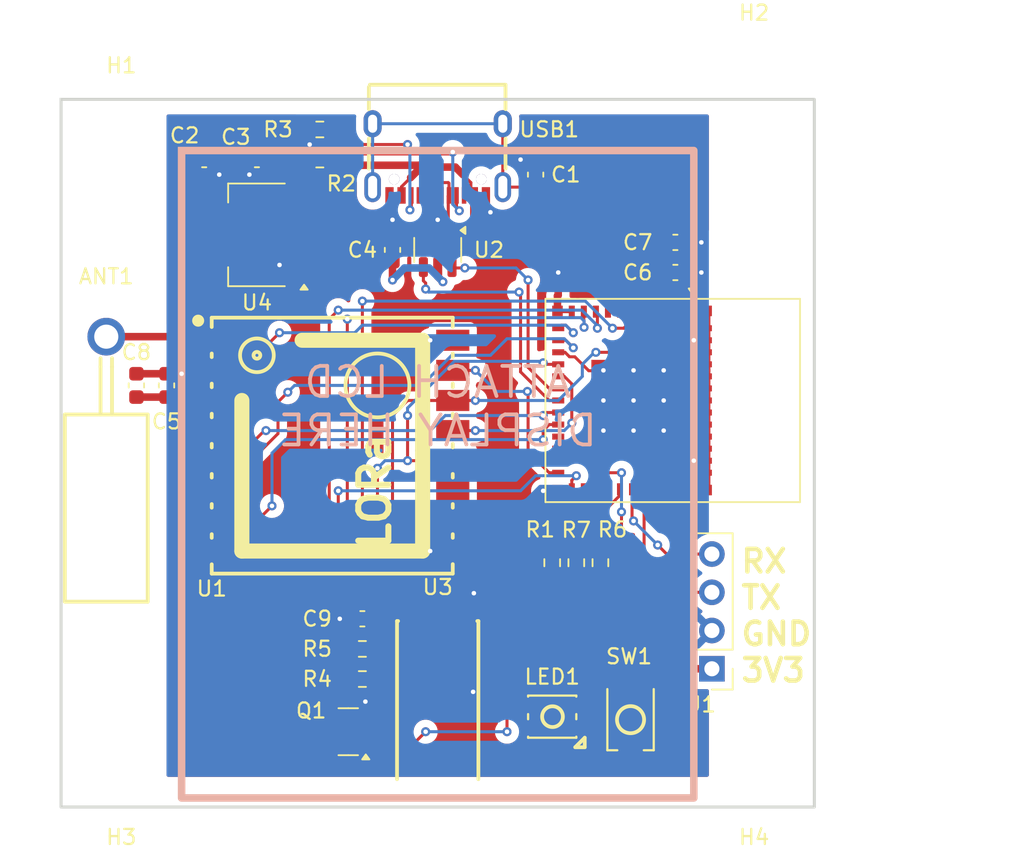
<source format=kicad_pcb>
(kicad_pcb (version 20241229) (generator "pcbnew") (generator_version "9.0")
  (layers (0 "F.Cu" signal) (2 "B.Cu" signal) (13 "F.Paste" user) (15 "B.Paste" user) (5 "F.SilkS" user "F.Silkscreen") (7 "B.SilkS" user "B.Silkscreen") (1 "F.Mask" user) (3 "B.Mask" user) (25 "Edge.Cuts" user))
  (net 0 "")
  (net 1 "Net-(C1-Pad2)")
  (net 2 "GND")
  (net 3 "+3V3")
  (net 4 "VBUS")
  (net 5 "/GREEN")
  (net 6 "/BLUE")
  (net 7 "/RED")
  (net 8 "Net-(Q1-D)")
  (net 9 "/DISPLAY_BACKLIGHT")
  (net 10 "Net-(USB1-CC1)")
  (net 11 "Net-(USB1-CC2)")
  (net 12 "Net-(U3-LEDK)")
  (net 13 "/BUTTON")
  (net 14 "/CS_LORA")
  (net 15 "/LORA_DIO3")
  (net 16 "/SCK")
  (net 18 "/LORA_RESET")
  (net 19 "/MOSI")
  (net 20 "/LORA_DIO1")
  (net 21 "/LORA_BUSY")
  (net 22 "/MISO")
  (net 25 "/USBD-")
  (net 26 "/DN")
  (net 27 "/DP")
  (net 28 "/USBD+")
  (net 29 "/DISPLAY_TE")
  (net 30 "/DISPLAY_RESET")
  (net 31 "/CS_DISPLAY")
  (net 32 "/DISPLAY_DC")
  (net 35 "Net-(U1-ANT{slash}NC)")
  (net 44 "Net-(LED1-Pad3)")
  (net 45 "Net-(LED1-Pad4)")
  (net 46 "Net-(LED1-K)")
  (net 47 "/RX")
  (net 48 "/TX")
  (footprint "easyeda:ANT-TH_BD5.5-L18.0-D0.8_470M_LORA_ANT" (layer "F.Cu") (at 138 120.7625)
    (property "Reference" "ANT1")
    (property "Value" "VG915SNX17-5W2")
  )
  (footprint "Capacitor_SMD:C_0603_1608Metric" (layer "F.Cu") (at 175.775 114.5)
    (property "Reference" "C7")
    (property "Value" "100nF")
  )
  (footprint "Capacitor_SMD:C_0603_1608Metric" (layer "F.Cu") (at 155 139.5 180)
    (property "Reference" "C9")
    (property "Value" "1uF")
  )
  (footprint "easyeda:OLED-SMD_10P-P0.50_HS17QS178RX" (layer "F.Cu") (at 160 141.4)
    (property "Reference" "U3")
    (property "Value" "HS17QS178RX")
  )
  (footprint "Resistor_SMD:R_0603_1608Metric" (layer "F.Cu") (at 155 143.5 180)
    (property "Reference" "R4")
    (property "Value" "10k")
  )
  (footprint "MountingHole:MountingHole_3.2mm_M3" (layer "F.Cu") (at 181 109)
    (property "Reference" "H2")
    (property "Value" "MountingHole")
  )
  (footprint "Package_TO_SOT_SMD:SOT-23" (layer "F.Cu") (at 154.0625 147 180)
    (property "Reference" "Q1")
    (property "Value" "AO3400A")
  )
  (footprint "Resistor_SMD:R_0603_1608Metric" (layer "F.Cu") (at 169.2 135.775 -90)
    (property "Reference" "R7")
    (property "Value" "1k")
  )
  (footprint "Capacitor_SMD:C_0603_1608Metric" (layer "F.Cu") (at 142 124 90)
    (property "Reference" "C5")
    (property "Value" "100nF")
  )
  (footprint "Resistor_SMD:R_0603_1608Metric" (layer "F.Cu") (at 170.8 135.775 -90)
    (property "Reference" "R6")
    (property "Value" "1k")
  )
  (footprint "Resistor_SMD:R_0603_1608Metric" (layer "F.Cu") (at 152.175 109)
    (property "Reference" "R2")
    (property "Value" "5.1k")
  )
  (footprint "Capacitor_SMD:C_0603_1608Metric" (layer "F.Cu") (at 140 124 90)
    (property "Reference" "C8")
    (property "Value" "10uF")
  )
  (footprint "Connector_PinHeader_2.54mm:PinHeader_1x04_P2.54mm_Vertical" (layer "F.Cu") (at 178.2 142.82 180)
    (property "Reference" "J1")
    (property "Value" "Conn_01x04")
  )
  (footprint "Resistor_SMD:R_0603_1608Metric" (layer "F.Cu") (at 155 141.5)
    (property "Reference" "R5")
    (property "Value" "4.7")
  )
  (footprint "easyeda:SW-SMD_L3.9-W3.0-P4.45" (layer "F.Cu") (at 172.8 146.2 90)
    (property "Reference" "SW1")
    (property "Value" "TS-1088-AR02016")
  )
  (footprint "easyeda:USB-C-SMD_TYPE-C-6PIN-2MD-073" (layer "F.Cu") (at 160 109 180)
    (property "Reference" "USB1")
    (property "Value" "TYPE-C 16PIN 2MD(073)")
  )
  (footprint "Resistor_SMD:R_0603_1608Metric" (layer "F.Cu") (at 167.6 135.775 90)
    (property "Reference" "R1")
    (property "Value" "1k")
  )
  (footprint "easyeda:LED-SMD_4P-L3.2-W2.8-LS3.5-TL-1" (layer "F.Cu") (at 167.6 146)
    (property "Reference" "LED1")
    (property "Value" "S4-3528RGBTA-A")
  )
  (footprint "MountingHole:MountingHole_3.2mm_M3" (layer "F.Cu") (at 139 148)
    (property "Reference" "H3")
    (property "Value" "MountingHole")
  )
  (footprint "Resistor_SMD:R_0603_1608Metric" (layer "F.Cu") (at 152.175 107)
    (property "Reference" "R3")
    (property "Value" "5.1k")
  )
  (footprint "easyeda:ESP32-C6-MINI-1" (layer "F.Cu") (at 172.9 125 -90)
    (property "Reference" "U6" (hide yes))
    (property "Value" "ESP32-C6-MINI-1")
  )
  (footprint "Capacitor_SMD:C_0603_1608Metric" (layer "F.Cu") (at 144.5 109)
    (property "Reference" "C2")
    (property "Value" "1uF")
  )
  (footprint "Package_TO_SOT_SMD:SOT-23-6" (layer "F.Cu") (at 160 115 -90)
    (property "Reference" "U2")
    (property "Value" "USBLC6-2SC6")
  )
  (footprint "MountingHole:MountingHole_3.2mm_M3" (layer "F.Cu") (at 139 109)
    (property "Reference" "H1")
    (property "Value" "MountingHole")
  )
  (footprint "Capacitor_SMD:C_0603_1608Metric" (layer "F.Cu") (at 175.775 116.5)
    (property "Reference" "C6")
    (property "Value" "10uF")
  )
  (footprint "Capacitor_SMD:C_0603_1608Metric" (layer "F.Cu") (at 157 115 90)
    (property "Reference" "C4")
    (property "Value" "100nF")
  )
  (footprint "easyeda:WIRELM-SMD_DL-LLCC68-S-915S" (layer "F.Cu") (at 153 128 180)
    (property "Reference" "U1")
    (property "Value" "DL-LLCC68-S-915S")
  )
  (footprint "Capacitor_SMD:C_0603_1608Metric" (layer "F.Cu") (at 166.5 110 -90)
    (property "Reference" "C1")
    (property "Value" "1nF")
  )
  (footprint "Package_TO_SOT_SMD:SOT-223-3_TabPin2" (layer "F.Cu") (at 148 114 180)
    (property "Reference" "U4")
    (property "Value" "AMS1117-3.3")
  )
  (footprint "MountingHole:MountingHole_3.2mm_M3" (layer "F.Cu") (at 181 148)
    (property "Reference" "H4")
    (property "Value" "MountingHole")
  )
  (footprint "Capacitor_SMD:C_0603_1608Metric" (layer "F.Cu") (at 148 109 180)
    (property "Reference" "C3")
    (property "Value" "1uF")
  )
  (gr_rect (start 135 105) (end 185 152) (stroke (width 0.2)) (fill no) (layer "Edge.Cuts"))
  (gr_text "RX\nTX\nGND\n3V3" (at 180 143.8 0) (layer "F.SilkS") (effects (font (size 1.5 1.5) (thickness 0.3) (bold yes)) (justify left bottom)))
  (gr_text "ATTACH LCD\nDISPLAY HERE" (at 160 125.4 0) (layer "B.SilkS") (effects (font (size 2 2) (thickness 0.25)) (justify mirror)))
  (segment (start 166.445 110.83) (end 166.5 110.775) (width 0.2) (layer "F.Cu") (net 1))
  (segment (start 164.32 110.83) (end 164.32 106.62) (width 0.2) (layer "F.Cu") (net 1))
  (segment (start 164.32 110.83) (end 166.445 110.83) (width 0.2) (layer "F.Cu") (net 1))
  (segment (start 155.68 110.83) (end 155.68 106.62) (width 0.2) (layer "B.Cu") (net 1))
  (segment (start 155.68 106.62) (end 164.32 106.62) (width 0.2) (layer "B.Cu") (net 1))
  (segment (start 170.925 123.025) (end 170.975 123.025) (width 0.5) (layer "F.Cu") (net 2))
  (segment (start 174.975 123.025) (end 175 123) (width 0.5) (layer "F.Cu") (net 2))
  (segment (start 176.15 119.05) (end 176.1 119.1) (width 0.5) (layer "F.Cu") (net 2))
  (segment (start 151.35 107) (end 151.35 107.85) (width 0.2) (layer "F.Cu") (net 2))
  (segment (start 161 121) (end 159.5 121) (width 0.5) (layer "F.Cu") (net 2))
  (segment (start 170.975 126.975) (end 171 127) (width 0.5) (layer "F.Cu") (net 2))
  (segment (start 156.8 111.38) (end 156.8 112.8) (width 0.5) (layer "F.Cu") (net 2))
  (segment (start 176.9 116.85) (end 176.55 116.5) (width 0.2) (layer "F.Cu") (net 2))
  (segment (start 176.55 114.5) (end 176.55 116.5) (width 0.5) (layer "F.Cu") (net 2))
  (segment (start 155 145.2) (end 155.2 145) (width 0.2) (layer "F.Cu") (net 2))
  (segment (start 174.875 126.975) (end 174.975 126.975) (width 0.5) (layer "F.Cu") (net 2))
  (segment (start 167.95 118.05) (end 167.95 119.05) (width 0.5) (layer "F.Cu") (net 2))
  (segment (start 151.35 108.15) (end 151.5 108) (width 0.2) (layer "F.Cu") (net 2))
  (segment (start 166.5 109.225) (end 165.725 109.225) (width 0.2) (layer "F.Cu") (net 2))
  (segment (start 151.35 107.85) (end 151.5 108) (width 0.2) (layer "F.Cu") (net 2))
  (segment (start 151.35 109) (end 151.35 108.15) (width 0.2) (layer "F.Cu") (net 2))
  (segment (start 172.9 126.9) (end 173 127) (width 0.5) (layer "F.Cu") (net 2))
  (segment (start 155 146.05) (end 155 145.2) (width 0.2) (layer "F.Cu") (net 2))
  (segment (start 168 118) (end 167.95 118.05) (width 0.5) (layer "F.Cu") (net 2))
  (segment (start 174.875 125) (end 175 125) (width 0.5) (layer "F.Cu") (net 2))
  (segment (start 176.5 119.05) (end 176.15 119.05) (width 0.5) (layer "F.Cu") (net 2))
  (segment (start 176.5 119.05) (end 176.55 119) (width 0.5) (layer "F.Cu") (net 2))
  (segment (start 172.9 123.025) (end 172.975 123.025) (width 0.5) (layer "F.Cu") (net 2))
  (segment (start 176.55 114.5) (end 177.5 114.5) (width 0.2) (layer "F.Cu") (net 2))
  (segment (start 170.925 126.975) (end 170.975 126.975) (width 0.5) (layer "F.Cu") (net 2))
  (segment (start 170.025 123.025) (end 170.925 123.025) (width 0.2) (layer "F.Cu") (net 2))
  (segment (start 151.15 116.3) (end 149.8 116.3) (width 0.5) (layer "F.Cu") (net 2))
  (segment (start 145.275 109) (end 145.275 109.775) (width 0.2) (layer "F.Cu") (net 2))
  (segment (start 177.85 119.05) (end 176.5 119.05) (width 0.5) (layer "F.Cu") (net 2))
  (segment (start 156.8 112.8) (end 157 113) (width 0.5) (layer "F.Cu") (net 2))
  (segment (start 172.975 126.975) (end 173 127) (width 0.5) (layer "F.Cu") (net 2))
  (segment (start 167 131) (end 167.9 131) (width 0.5) (layer "F.Cu") (net 2))
  (segment (start 145.275 109.775) (end 145.5 110) (width 0.2) (layer "F.Cu") (net 2))
  (segment (start 159.698999 114.826) (end 160 114.524999) (width 0.2) (layer "F.Cu") (net 2))
  (segment (start 167.9 131) (end 167.95 130.95) (width 0.5) (layer "F.Cu") (net 2))
  (segment (start 142 123.225) (end 144.775 123.225) (width 0.5) (layer "F.Cu") (net 2))
  (segment (start 177.85 123) (end 177.85 130.95) (width 0.5) (layer "F.Cu") (net 2))
  (segment (start 177.85 119.05) (end 177.85 123) (width 0.5) (layer "F.Cu") (net 2))
  (segment (start 168.9 119.1) (end 168 119.1) (width 0.2) (layer "F.Cu") (net 2))
  (segment (start 168.450057 121.8) (end 168.751057 122.101) (width 0.2) (layer "F.Cu") (net 2))
  (segment (start 170.925 123.025) (end 170.925 126.975) (width 0.5) (layer "F.Cu") (net 2))
  (segment (start 170.975 123.025) (end 171 123) (width 0.5) (layer "F.Cu") (net 2))
  (segment (start 149.8 116.3) (end 149.5 116) (width 0.5) (layer "F.Cu") (net 2))
  (segment (start 172.9 125) (end 173 125) (width 0.5) (layer "F.Cu") (net 2))
  (segment (start 161 135) (end 159.5 135) (width 0.5) (layer "F.Cu") (net 2))
  (segment (start 168.751057 122.101) (end 169.101 122.101) (width 0.2) (layer "F.Cu") (net 2))
  (segment (start 175 123) (end 175 126.85) (width 0.5) (layer "F.Cu") (net 2))
  (segment (start 145.275 109) (end 147.225 109) (width 0.2) (layer "F.Cu") (net 2))
  (segment (start 177.8 129) (end 177 129) (width 0.5) (layer "F.Cu") (net 2))
  (segment (start 157 114.225) (end 157 113) (width 0.2) (layer "F.Cu") (net 2))
  (segment (start 172.975 123.025) (end 173 123) (width 0.5) (layer "F.Cu") (net 2))
  (segment (start 170.925 125) (end 171 125) (width 0.5) (layer "F.Cu") (net 2))
  (segment (start 147.225 109.725) (end 147.5 110) (width 0.2) (layer "F.Cu") (net 2))
  (segment (start 176.55 119) (end 176.55 116.5) (width 0.5) (layer "F.Cu") (net 2))
  (segment (start 157.601 114.826) (end 159.698999 114.826) (width 0.2) (layer "F.Cu") (net 2))
  (segment (start 163.2 111.38) (end 163.2 112.2) (width 0.5) (layer "F.Cu") (net 2))
  (segment (start 157 114.225) (end 157.601 114.826) (width 0.2) (layer "F.Cu") (net 2))
  (segment (start 169.101 122.101) (end 170.025 123.025) (width 0.2) (layer "F.Cu") (net 2))
  (segment (start 177.8 121) (end 177 121) (width 0.5) (layer "F.Cu") (net 2))
  (segment (start 162.351 137.849) (end 162.4 137.8) (width 0.5) (layer "F.Cu") (net 2))
  (segment (start 170.925 123.025) (end 174.875 123.025) (width 0.5) (layer "F.Cu") (net 2))
  (segment (start 175 126.85) (end 174.875 126.975) (width 0.5) (layer "F.Cu") (net 2))
  (segment (start 162.351 144.351) (end 162.351 137.849) (width 0.5) (layer "F.Cu") (net 2))
  (segment (start 168 116.5) (end 168 118) (width 0.5) (layer "F.Cu") (net 2))
  (segment (start 160 114.524999) (end 160 113.8625) (width 0.2) (layer "F.Cu") (net 2))
  (segment (start 172.9 126.975) (end 172.975 126.975) (width 0.5) (layer "F.Cu") (net 2))
  (segment (start 174.975 126.975) (end 175 127) (width 0.5) (layer "F.Cu") (net 2))
  (segment (start 168 119.1) (end 167.95 119.05) (width 0.2) (layer "F.Cu") (net 2))
  (segment (start 140 123.225) (end 142 123.225) (width 0.5) (layer "F.Cu") (net 2))
  (segment (start 171 127) (end 174.85 127) (width 0.5) (layer "F.Cu") (net 2))
  (segment (start 165.725 109.225) (end 165.5 109) (width 0.2) (layer "F.Cu") (net 2))
  (segment (start 177.825 123.025) (end 177.85 123) (width 0.5) (layer "F.Cu") (net 2))
  (segment (start 144.775 123.225) (end 145 123) (width 0.5) (layer "F.Cu") (net 2))
  (segment (start 174.85 127) (end 174.875 126.975) (width 0.5) (layer "F.Cu") (net 2))
  (segment (start 168 121.8) (end 168.450057 121.8) (width 0.2) (layer "F.Cu") (net 2))
  (segment (start 171 125) (end 174.875 125) (width 0.5) (layer "F.Cu") (net 2))
  (segment (start 147.225 109) (end 147.225 109.725) (width 0.2) (layer "F.Cu") (net 2))
  (segment (start 163.2 112.2) (end 163.5 112.5) (width 0.5) (layer "F.Cu") (net 2))
  (segment (start 174.875 123.025) (end 174.975 123.025) (width 0.5) (layer "F.Cu") (net 2))
  (segment (start 154.225 139.5) (end 153.5 139.5) (width 0.2) (layer "F.Cu") (net 2))
  (segment (start 176.55 116.5) (end 177.5 116.5) (width 0.2) (layer "F.Cu") (net 2))
  (segment (start 172.9 123.025) (end 172.9 126.9) (width 0.5) (layer "F.Cu") (net 2))
  (segment (start 160 113.8625) (end 160 113) (width 0.2) (layer "F.Cu") (net 2))
  (via (at 145.5 110) (size 0.6) (drill 0.3) (layers "F.Cu" "B.Cu") (net 2))
  (via (at 159.5 135) (size 0.6) (drill 0.3) (layers "F.Cu" "B.Cu") (net 2))
  (via (at 149.5 116) (size 0.6) (drill 0.3) (layers "F.Cu" "B.Cu") (net 2))
  (via (at 177 129) (size 0.6) (drill 0.3) (layers "F.Cu" "B.Cu") (net 2))
  (via (at 175 125) (size 0.6) (drill 0.3) (layers "F.Cu" "B.Cu") (net 2))
  (via (at 167 131) (size 0.6) (drill 0.3) (layers "F.Cu" "B.Cu") (net 2))
  (via (at 153.5 139.5) (size 0.6) (drill 0.3) (layers "F.Cu" "B.Cu") (net 2))
  (via (at 171 125) (size 0.6) (drill 0.3) (layers "F.Cu" "B.Cu") (net 2))
  (via (at 159.5 121) (size 0.6) (drill 0.3) (layers "F.Cu" "B.Cu") (net 2))
  (via (at 171 127) (size 0.6) (drill 0.3) (layers "F.Cu" "B.Cu") (net 2))
  (via (at 177 121) (size 0.6) (drill 0.3) (layers "F.Cu" "B.Cu") (net 2))
  (via (at 175 123) (size 0.6) (drill 0.3) (layers "F.Cu" "B.Cu") (net 2))
  (via (at 175 127) (size 0.6) (drill 0.3) (layers "F.Cu" "B.Cu") (net 2))
  (via (at 173 123) (size 0.6) (drill 0.3) (layers "F.Cu" "B.Cu") (net 2))
  (via (at 162.4 137.8) (size 0.6) (drill 0.3) (layers "F.Cu" "B.Cu") (net 2))
  (via (at 155.2 145) (size 0.6) (drill 0.3) (layers "F.Cu" "B.Cu") (net 2))
  (via (at 160 113) (size 0.6) (drill 0.3) (layers "F.Cu" "B.Cu") (net 2))
  (via (at 171 123) (size 0.6) (drill 0.3) (layers "F.Cu" "B.Cu") (net 2))
  (via (at 162.351 144.351) (size 0.6) (drill 0.3) (layers "F.Cu" "B.Cu") (net 2))
  (via (at 157 113) (size 0.6) (drill 0.3) (layers "F.Cu" "B.Cu") (net 2))
  (via (at 173 127) (size 0.6) (drill 0.3) (layers "F.Cu" "B.Cu") (net 2))
  (via (at 173 125) (size 0.6) (drill 0.3) (layers "F.Cu" "B.Cu") (net 2))
  (via (at 163.5 112.5) (size 0.6) (drill 0.3) (layers "F.Cu" "B.Cu") (net 2))
  (via (at 151.5 108) (size 0.6) (drill 0.3) (layers "F.Cu" "B.Cu") (net 2))
  (via (at 147.5 110) (size 0.6) (drill 0.3) (layers "F.Cu" "B.Cu") (net 2))
  (via (at 177.5 114.5) (size 0.6) (drill 0.3) (layers "F.Cu" "B.Cu") (net 2))
  (via (at 143 123.225) (size 0.6) (drill 0.3) (layers "F.Cu" "B.Cu") (net 2))
  (via (at 168 116.5) (size 0.6) (drill 0.3) (layers "F.Cu" "B.Cu") (net 2))
  (via (at 165.5 109) (size 0.6) (drill 0.3) (layers "F.Cu" "B.Cu") (net 2))
  (via (at 177.5 116.5) (size 0.6) (drill 0.3) (layers "F.Cu" "B.Cu") (net 2))
  (segment (start 142 124.775) (end 144.775 124.775) (width 0.5) (layer "F.Cu") (net 3))
  (segment (start 175 116.5) (end 175 114.5) (width 0.5) (layer "F.Cu") (net 3))
  (segment (start 175.3 116.8) (end 175 116.5) (width 0.5) (layer "F.Cu") (net 3))
  (segment (start 158.25 141.4) (end 158.75 141.4) (width 0.2) (layer "F.Cu") (net 3))
  (segment (start 171.3 118.2) (end 171.5 118) (width 0.2) (layer "F.Cu") (net 3))
  (segment (start 171.3 119.1) (end 171.3 118.2) (width 0.2) (layer "F.Cu") (net 3))
  (segment (start 175.3 119.1) (end 175.3 116.8) (width 0.5) (layer "F.Cu") (net 3))
  (segment (start 158.649 138.849) (end 158.649 141.4) (width 0.5) (layer "F.Cu") (net 3))
  (segment (start 140 124.775) (end 142 124.775) (width 0.5) (layer "F.Cu") (net 3))
  (segment (start 156.875 138.4) (end 158.2 138.4) (width 0.5) (layer "F.Cu") (net 3))
  (segment (start 144.775 124.775) (end 145 125) (width 0.5) (layer "F.Cu") (net 3))
  (segment (start 155.775 139.5) (end 156.875 138.4) (width 0.5) (layer "F.Cu") (net 3))
  (segment (start 158.2 138.4) (end 158.649 138.849) (width 0.5) (layer "F.Cu") (net 3))
  (segment (start 161.3531 115.024) (end 160.451001 115.024) (width 0.5) (layer "F.Cu") (net 4))
  (segment (start 161.172 109.5) (end 161.672 110) (width 0.5) (layer "F.Cu") (net 4))
  (segment (start 157.6 110.801364) (end 157.6 111.38) (width 0.2) (layer "F.Cu") (net 4))
  (segment (start 154.421 109.379) (end 158.780364 109.379) (width 0.5) (layer "F.Cu") (net 4))
  (segment (start 162.201 110.529) (end 162.201 111.181) (width 0.2) (layer "F.Cu") (net 4))
  (segment (start 151.15 111.7) (end 151.15 111.375) (width 0.5) (layer "F.Cu") (net 4))
  (segment (start 160.451001 115.024) (end 160 115.475001) (width 0.5) (layer "F.Cu") (net 4))
  (segment (start 160 116.773342) (end 160.342697 117.116039) (width 0.5) (layer "F.Cu") (net 4))
  (segment (start 158.200682 110.200682) (end 157.6 110.801364) (width 0.2) (layer "F.Cu") (net 4))
  (segment (start 158.200682 110.200682) (end 158.901364 109.5) (width 0.5) (layer "F.Cu") (net 4))
  (segment (start 160 116.1375) (end 160 116.773342) (width 0.5) (layer "F.Cu") (net 4))
  (segment (start 160 115.475001) (end 160 116.1375) (width 0.5) (layer "F.Cu") (net 4))
  (segment (start 162.4 113.9771) (end 161.3531 115.024) (width 0.5) (layer "F.Cu") (net 4))
  (segment (start 151.15 111.375) (end 148.775 109) (width 0.5) (layer "F.Cu") (net 4))
  (segment (start 162.4 111.38) (end 162.4 113.9771) (width 0.5) (layer "F.Cu") (net 4))
  (segment (start 162.201 111.181) (end 162.4 111.38) (width 0.2) (layer "F.Cu") (net 4))
  (segment (start 158.901364 109.5) (end 161.172 109.5) (width 0.5) (layer "F.Cu") (net 4))
  (segment (start 157 117) (end 157 115.775) (width 0.5) (layer "F.Cu") (net 4))
  (segment (start 161.672 110) (end 162.201 110.529) (width 0.2) (layer "F.Cu") (net 4))
  (segment (start 152.1 111.7) (end 154.421 109.379) (width 0.5) (layer "F.Cu") (net 4))
  (segment (start 151.15 111.7) (end 152.1 111.7) (width 0.5) (layer "F.Cu") (net 4))
  (segment (start 158.780364 109.379) (end 158.901364 109.5) (width 0.5) (layer "F.Cu") (net 4))
  (via (at 160.342697 117.116039) (size 0.6) (drill 0.3) (layers "F.Cu" "B.Cu") (net 4))
  (via (at 157 117) (size 0.6) (drill 0.3) (layers "F.Cu" "B.Cu") (net 4))
  (segment (start 160.342697 117.116039) (end 159.426658 116.2) (width 0.5) (layer "B.Cu") (net 4))
  (segment (start 157.8 116.2) (end 157 117) (width 0.5) (layer "B.Cu") (net 4))
  (segment (start 159.426658 116.2) (end 157.8 116.2) (width 0.5) (layer "B.Cu") (net 4))
  (segment (start 170.8 132.6) (end 172.1 131.3) (width 0.2) (layer "F.Cu") (net 5))
  (segment (start 170.8 134.95) (end 170.8 132.6) (width 0.2) (layer "F.Cu") (net 5))
  (segment (start 172.1 131.3) (end 172.1 130.9) (width 0.2) (layer "F.Cu") (net 5))
  (segment (start 167.6 134.95) (end 167.6 134.2) (width 0.2) (layer "F.Cu") (net 6))
  (segment (start 170.5 131.3) (end 170.5 130.9) (width 0.2) (layer "F.Cu") (net 6))
  (segment (start 167.6 134.2) (end 170.5 131.3) (width 0.2) (layer "F.Cu") (net 6))
  (segment (start 169.2 134.95) (end 169.2 133.4) (width 0.2) (layer "F.Cu") (net 7))
  (segment (start 171.3 131.3) (end 169.2 133.4) (width 0.2) (layer "F.Cu") (net 7))
  (segment (start 171.3 130.9) (end 171.3 131.3) (width 0.2) (layer "F.Cu") (net 7))
  (segment (start 153.125 147) (end 153.125 144.55) (width 0.5) (layer "F.Cu") (net 8))
  (segment (start 153.125 144.55) (end 154.175 143.5) (width 0.5) (layer "F.Cu") (net 8))
  (segment (start 154.175 143.5) (end 154.175 141.5) (width 0.5) (layer "F.Cu") (net 8))
  (segment (start 156.0385 143.7135) (end 155.825 143.5) (width 0.2) (layer "F.Cu") (net 9))
  (segment (start 155 147.95) (end 156.0385 146.9115) (width 0.2) (layer "F.Cu") (net 9))
  (segment (start 156.0385 146.9115) (end 156.0385 143.7135) (width 0.2) (layer "F.Cu") (net 9))
  (segment (start 158.25 147.95) (end 155 147.95) (width 0.2) (layer "F.Cu") (net 9))
  (segment (start 164.6 140.6) (end 166.4 138.8) (width 0.2) (layer "F.Cu") (net 9))
  (segment (start 159.2 147) (end 158.25 147.95) (width 0.2) (layer "F.Cu") (net 9))
  (segment (start 164.6 147) (end 164.6 140.6) (width 0.2) (layer "F.Cu") (net 9))
  (segment (start 166.4 134.6) (end 169.7 131.3) (width 0.2) (layer "F.Cu") (net 9))
  (segment (start 166.4 138.8) (end 166.4 134.6) (width 0.2) (layer "F.Cu") (net 9))
  (segment (start 169.7 131.3) (end 169.7 130.9) (width 0.2) (layer "F.Cu") (net 9))
  (via (at 159.2 147) (size 0.6) (drill 0.3) (layers "F.Cu" "B.Cu") (net 9))
  (via (at 164.6 147) (size 0.6) (drill 0.3) (layers "F.Cu" "B.Cu") (net 9))
  (segment (start 159.2 147) (end 164.6 147) (width 0.2) (layer "B.Cu") (net 9))
  (segment (start 161.25 112.217771) (end 161.25 111.38) (width 0.2) (layer "F.Cu") (net 10))
  (segment (start 153 109) (end 153.371 108.629) (width 0.2) (layer "F.Cu") (net 10))
  (segment (start 153.371 108.629) (end 160.871 108.629) (width 0.2) (layer "F.Cu") (net 10))
  (segment (start 160.871 108.629) (end 161 108.5) (width 0.2) (layer "F.Cu") (net 10))
  (segment (start 161.433799 112.40157) (end 161.25 112.217771) (width 0.2) (layer "F.Cu") (net 10))
  (via (at 161.433799 112.40157) (size 0.6) (drill 0.3) (layers "F.Cu" "B.Cu") (net 10))
  (via (at 161 108.5) (size 0.6) (drill 0.3) (layers "F.Cu" "B.Cu") (net 10))
  (segment (start 161 108.5) (end 161 111.967771) (width 0.2) (layer "B.Cu") (net 10))
  (segment (start 161 111.967771) (end 161.433799 112.40157) (width 0.2) (layer "B.Cu") (net 10))
  (segment (start 158.155028 112.344229) (end 158.25 112.249257) (width 0.2) (layer "F.Cu") (net 11))
  (segment (start 153 107) (end 154 108) (width 0.2) (layer "F.Cu") (net 11))
  (segment (start 154 108) (end 158 108) (width 0.2) (layer "F.Cu") (net 11))
  (segment (start 158.25 112.249257) (end 158.25 111.38) (width 0.2) (layer "F.Cu") (net 11))
  (via (at 158.155028 112.344229) (size 0.6) (drill 0.3) (layers "F.Cu" "B.Cu") (net 11))
  (via (at 158 108) (size 0.6) (drill 0.3) (layers "F.Cu" "B.Cu") (net 11))
  (segment (start 158 108) (end 158.155028 108.155028) (width 0.2) (layer "B.Cu") (net 11))
  (segment (start 158.155028 108.155028) (end 158.155028 112.344229) (width 0.2) (layer "B.Cu") (net 11))
  (segment (start 155.825 141.5) (end 157.549 141.5) (width 0.5) (layer "F.Cu") (net 12))
  (segment (start 157.549 141.5) (end 157.649 141.4) (width 0.5) (layer "F.Cu") (net 12))
  (segment (start 168 129) (end 170 129) (width 0.2) (layer "F.Cu") (net 13))
  (segment (start 170.8 129.8) (end 172.2 129.8) (width 0.2) (layer "F.Cu") (net 13))
  (segment (start 172.8 140.82) (end 172.2 140.22) (width 0.2) (layer "F.Cu") (net 13))
  (segment (start 172.8 144.02) (end 172.8 140.82) (width 0.2) (layer "F.Cu") (net 13))
  (segment (start 170 129) (end 170.8 129.8) (width 0.2) (layer "F.Cu") (net 13))
  (segment (start 172.2 140.22) (end 172.2 132.4) (width 0.2) (layer "F.Cu") (net 13))
  (via (at 172.2 129.8) (size 0.6) (drill 0.3) (layers "F.Cu" "B.Cu") (net 13))
  (via (at 172.2 132.4) (size 0.6) (drill 0.3) (layers "F.Cu" "B.Cu") (net 13))
  (segment (start 172.2 132.4) (end 172.2 129.8) (width 0.2) (layer "B.Cu") (net 13))
  (segment (start 166 128.4) (end 166 124.4) (width 0.2) (layer "F.Cu") (net 14))
  (segment (start 168 129.8) (end 167.4 129.8) (width 0.2) (layer "F.Cu") (net 14))
  (segment (start 167.4 129.8) (end 166 128.4) (width 0.2) (layer "F.Cu") (net 14))
  (segment (start 161 123) (end 162.5 123) (width 0.2) (layer "F.Cu") (net 14))
  (segment (start 166 124.4) (end 165.951473 124.4) (width 0.2) (layer "F.Cu") (net 14))
  (via (at 162.5 123) (size 0.6) (drill 0.3) (layers "F.Cu" "B.Cu") (net 14))
  (via (at 165.951473 124.4) (size 0.6) (drill 0.3) (layers "F.Cu" "B.Cu") (net 14))
  (segment (start 163.9 124.4) (end 162.5 123) (width 0.2) (layer "B.Cu") (net 14))
  (segment (start 165.951473 124.4) (end 163.9 124.4) (width 0.2) (layer "B.Cu") (net 14))
  (segment (start 167.4 126.6) (end 167 127) (width 0.2) (layer "F.Cu") (net 15))
  (segment (start 168 126.6) (end 167.4 126.6) (width 0.2) (layer "F.Cu") (net 15))
  (segment (start 167 127) (end 167 127.6) (width 0.2) (layer "F.Cu") (net 15))
  (segment (start 146 135) (end 145 135) (width 0.2) (layer "F.Cu") (net 15))
  (segment (start 149 132) (end 146 135) (width 0.2) (layer "F.Cu") (net 15))
  (via (at 149 132) (size 0.6) (drill 0.3) (layers "F.Cu" "B.Cu") (net 15))
  (via (at 167 127.6) (size 0.6) (drill 0.3) (layers "F.Cu" "B.Cu") (net 15))
  (segment (start 149 128.5) (end 149 132) (width 0.2) (layer "B.Cu") (net 15))
  (segment (start 149.9 127.6) (end 149 128.5) (width 0.2) (layer "B.Cu") (net 15))
  (segment (start 167 127.6) (end 149.9 127.6) (width 0.2) (layer "B.Cu") (net 15))
  (segment (start 167.1 122.6) (end 167 122.5) (width 0.2) (layer "F.Cu") (net 16))
  (segment (start 156 133) (end 161.25 138.25) (width 0.2) (layer "F.Cu") (net 16))
  (segment (start 161.25 138.25) (end 161.25 141.4) (width 0.2) (layer "F.Cu") (net 16))
  (segment (start 168 122.6) (end 167.1 122.6) (width 0.2) (layer "F.Cu") (net 16))
  (segment (start 158 129) (end 161 129) (width 0.2) (layer "F.Cu") (net 16))
  (segment (start 158 126) (end 158 129) (width 0.2) (layer "F.Cu") (net 16))
  (segment (start 156 129.5) (end 156 133) (width 0.2) (layer "F.Cu") (net 16))
  (via (at 158 129) (size 0.6) (drill 0.3) (layers "F.Cu" "B.Cu") (net 16))
  (via (at 158 126) (size 0.6) (drill 0.3) (layers "F.Cu" "B.Cu") (net 16))
  (via (at 156 129.5) (size 0.6) (drill 0.3) (layers "F.Cu" "B.Cu") (net 16))
  (via (at 167 122.5) (size 0.6) (drill 0.3) (layers "F.Cu" "B.Cu") (net 16))
  (segment (start 167 122.5) (end 166.899 122.399) (width 0.2) (layer "B.Cu") (net 16))
  (segment (start 158 125.5) (end 158 126) (width 0.2) (layer "B.Cu") (net 16))
  (segment (start 166.899 122.399) (end 161.101 122.399) (width 0.2) (layer "B.Cu") (net 16))
  (segment (start 156.5 129) (end 158 129) (width 0.2) (layer "B.Cu") (net 16))
  (segment (start 156 129.5) (end 156.5 129) (width 0.2) (layer "B.Cu") (net 16))
  (segment (start 161.101 122.399) (end 158 125.5) (width 0.2) (layer "B.Cu") (net 16))
  (segment (start 149.5 120.5) (end 148 122) (width 0.2) (layer "F.Cu") (net 18))
  (segment (start 148 125.75) (end 146.75 127) (width 0.2) (layer "F.Cu") (net 18))
  (segment (start 146.75 127) (end 145 127) (width 0.2) (layer "F.Cu") (net 18))
  (segment (start 168.5 120) (end 168.2 120) (width 0.2) (layer "F.Cu") (net 18))
  (segment (start 168.2 120) (end 168 120.2) (width 0.2) (layer "F.Cu") (net 18))
  (segment (start 148 122) (end 148 125.75) (width 0.2) (layer "F.Cu") (net 18))
  (segment (start 169 120.5) (end 168.5 120) (width 0.2) (layer "F.Cu") (net 18))
  (via (at 149.5 120.5) (size 0.6) (drill 0.3) (layers "F.Cu" "B.Cu") (net 18))
  (via (at 169 120.5) (size 0.6) (drill 0.3) (layers "F.Cu" "B.Cu") (net 18))
  (segment (start 155 120) (end 168.5 120) (width 0.2) (layer "B.Cu") (net 18))
  (segment (start 168.5 120) (end 169 120.5) (width 0.2) (layer "B.Cu") (net 18))
  (segment (start 149.5 120.5) (end 154.5 120.5) (width 0.2) (layer "B.Cu") (net 18))
  (segment (start 154.5 120.5) (end 155 120) (width 0.2) (layer "B.Cu") (net 18))
  (segment (start 161 125) (end 162.5 125) (width 0.2) (layer "F.Cu") (net 19))
  (segment (start 173.7 119.7) (end 173.7 119.1) (width 0.2) (layer "F.Cu") (net 19))
  (segment (start 158 125) (end 161 125) (width 0.2) (layer "F.Cu") (net 19))
  (segment (start 157 126) (end 158 125) (width 0.2) (layer "F.Cu") (net 19))
  (segment (start 161.75 141.4) (end 161.75 138.15) (width 0.2) (layer "F.Cu") (net 19))
  (segment (start 170.5 121.799998) (end 171.600002 121.799998) (width 0.2) (layer "F.Cu") (net 19))
  (segment (start 171.600002 121.799998) (end 173.7 119.7) (width 0.2) (layer "F.Cu") (net 19))
  (segment (start 157 133.4) (end 157 126) (width 0.2) (layer "F.Cu") (net 19))
  (segment (start 161.75 138.15) (end 157 133.4) (width 0.2) (layer "F.Cu") (net 19))
  (via (at 170.5 121.799998) (size 0.6) (drill 0.3) (layers "F.Cu" "B.Cu") (net 19))
  (via (at 162.5 125) (size 0.6) (drill 0.3) (layers "F.Cu" "B.Cu") (net 19))
  (segment (start 169.6 123.4) (end 168 125) (width 0.2) (layer "B.Cu") (net 19))
  (segment (start 169.6 122.6) (end 169.6 123.4) (width 0.2) (layer "B.Cu") (net 19))
  (segment (start 168 125) (end 162.5 125) (width 0.2) (layer "B.Cu") (net 19))
  (segment (start 170.400002 121.799998) (end 169.6 122.6) (width 0.2) (layer "B.Cu") (net 19))
  (segment (start 170.5 121.799998) (end 170.400002 121.799998) (width 0.2) (layer "B.Cu") (net 19))
  (segment (start 145.6 131) (end 145 131) (width 0.2) (layer "F.Cu") (net 20))
  (segment (start 150.05 124.45) (end 149.4 125.1) (width 0.2) (layer "F.Cu") (net 20))
  (segment (start 168.5 121) (end 168 121) (width 0.2) (layer "F.Cu") (net 20))
  (segment (start 149.4 127.2) (end 145.6 131) (width 0.2) (layer "F.Cu") (net 20))
  (segment (start 149.4 125.1) (end 149.4 127.2) (width 0.2) (layer "F.Cu") (net 20))
  (segment (start 169 121.5) (end 168.5 121) (width 0.2) (layer "F.Cu") (net 20))
  (via (at 169 121.5) (size 0.6) (drill 0.3) (layers "F.Cu" "B.Cu") (net 20))
  (via (at 150.05 124.45) (size 0.6) (drill 0.3) (layers "F.Cu" "B.Cu") (net 20))
  (segment (start 150.05 124.45) (end 150.5 124) (width 0.2) (layer "B.Cu") (net 20))
  (segment (start 150.5 124) (end 158.9329 124) (width 0.2) (layer "B.Cu") (net 20))
  (segment (start 160.9349 121.998) (end 163.502 121.998) (width 0.2) (layer "B.Cu") (net 20))
  (segment (start 168.399 120.899) (end 169 121.5) (width 0.2) (layer "B.Cu") (net 20))
  (segment (start 163.502 121.998) (end 164.601 120.899) (width 0.2) (layer "B.Cu") (net 20))
  (segment (start 164.601 120.899) (end 168.399 120.899) (width 0.2) (layer "B.Cu") (net 20))
  (segment (start 158.9329 124) (end 160.9349 121.998) (width 0.2) (layer "B.Cu") (net 20))
  (segment (start 148.6 127) (end 148.5 127) (width 0.2) (layer "F.Cu") (net 21))
  (segment (start 148.5 127) (end 146.5 129) (width 0.2) (layer "F.Cu") (net 21))
  (segment (start 168 125.8) (end 167.2 125.8) (width 0.2) (layer "F.Cu") (net 21))
  (segment (start 167.2 125.8) (end 167 126) (width 0.2) (layer "F.Cu") (net 21))
  (segment (start 146.5 129) (end 145 129) (width 0.2) (layer "F.Cu") (net 21))
  (via (at 167 126) (size 0.6) (drill 0.3) (layers "F.Cu" "B.Cu") (net 21))
  (via (at 148.6 127) (size 0.6) (drill 0.3) (layers "F.Cu" "B.Cu") (net 21))
  (segment (start 148.6 127) (end 159.5 127) (width 0.2) (layer "B.Cu") (net 21))
  (segment (start 159.5 127) (end 160.5 126) (width 0.2) (layer "B.Cu") (net 21))
  (segment (start 160.5 126) (end 167 126) (width 0.2) (layer "B.Cu") (net 21))
  (segment (start 168.402 123.4) (end 168 123.4) (width 0.2) (layer "F.Cu") (net 22))
  (segment (start 168.9 123.898) (end 168.402 123.4) (width 0.2) (layer "F.Cu") (net 22))
  (segment (start 161 127) (end 162.5 127) (width 0.2) (layer "F.Cu") (net 22))
  (segment (start 168.9 126.5) (end 168.9 123.898) (width 0.2) (layer "F.Cu") (net 22))
  (via (at 168.9 126.5) (size 0.6) (drill 0.3) (layers "F.Cu" "B.Cu") (net 22))
  (via (at 162.5 127) (size 0.6) (drill 0.3) (layers "F.Cu" "B.Cu") (net 22))
  (segment (start 162.5 127) (end 168.4 127) (width 0.2) (layer "B.Cu") (net 22))
  (segment (start 168.4 127) (end 168.9 126.5) (width 0.2) (layer "B.Cu") (net 22))
  (segment (start 166 119) (end 166 117) (width 0.2) (layer "F.Cu") (net 25))
  (segment (start 161.8 116.2) (end 161.0125 116.2) (width 0.2) (layer "F.Cu") (net 25))
  (segment (start 168 124.2) (end 167.4 124.2) (width 0.2) (layer "F.Cu") (net 25))
  (segment (start 166 122.8) (end 166 119) (width 0.2) (layer "F.Cu") (net 25))
  (segment (start 167.4 124.2) (end 166 122.8) (width 0.2) (layer "F.Cu") (net 25))
  (segment (start 161.0125 116.2) (end 160.95 116.1375) (width 0.2) (layer "F.Cu") (net 25))
  (via (at 166 117) (size 0.6) (drill 0.3) (layers "F.Cu" "B.Cu") (net 25))
  (via (at 161.8 116.2) (size 0.6) (drill 0.3) (layers "F.Cu" "B.Cu") (net 25))
  (segment (start 165 116.2) (end 161.8 116.2) (width 0.2) (layer "B.Cu") (net 25))
  (segment (start 166 117) (end 165.2 116.2) (width 0.2) (layer "B.Cu") (net 25))
  (segment (start 165.2 116.2) (end 165 116.2) (width 0.2) (layer "B.Cu") (net 25))
  (segment (start 160.75 111.38) (end 160.701 111.429) (width 0.2) (layer "F.Cu") (net 26))
  (segment (start 160.701 110.529) (end 160.75 110.578) (width 0.2) (layer "F.Cu") (net 26))
  (segment (start 160.75 110.578) (end 160.75 111.38) (width 0.2) (layer "F.Cu") (net 26))
  (segment (start 159.75 110.578) (end 159.799 110.529) (width 0.2) (layer "F.Cu") (net 26))
  (segment (start 160.701 113.6135) (end 160.95 113.8625) (width 0.2) (layer "F.Cu") (net 26))
  (segment (start 160.701 111.429) (end 160.701 113.6135) (width 0.2) (layer "F.Cu") (net 26))
  (segment (start 159.75 111.38) (end 159.75 110.578) (width 0.2) (layer "F.Cu") (net 26))
  (segment (start 159.799 110.529) (end 160.701 110.529) (width 0.2) (layer "F.Cu") (net 26))
  (segment (start 160.201 112.231) (end 159.299 112.231) (width 0.2) (layer "F.Cu") (net 27))
  (segment (start 160.25 111.38) (end 160.25 112.182) (width 0.2) (layer "F.Cu") (net 27))
  (segment (start 159.25 113.6625) (end 159.25 111.38) (width 0.2) (layer "F.Cu") (net 27))
  (segment (start 159.299 112.231) (end 159.25 112.182) (width 0.2) (layer "F.Cu") (net 27))
  (segment (start 159.05 113.8625) (end 159.25 113.6625) (width 0.2) (layer "F.Cu") (net 27))
  (segment (start 159.25 112.182) (end 159.25 111.38) (width 0.2) (layer "F.Cu") (net 27))
  (segment (start 160.25 112.182) (end 160.201 112.231) (width 0.2) (layer "F.Cu") (net 27))
  (segment (start 165.5 117.9) (end 165.4 117.8) (width 0.2) (layer "F.Cu") (net 28))
  (segment (start 159.2 117.6) (end 159.2 117.2) (width 0.2) (layer "F.Cu") (net 28))
  (segment (start 165.5 123.1) (end 167.4 125) (width 0.2) (layer "F.Cu") (net 28))
  (segment (start 165.5 120.4) (end 165.5 123.1) (width 0.2) (layer "F.Cu") (net 28))
  (segment (start 165.5 120.4) (end 165.5 117.9) (width 0.2) (layer "F.Cu") (net 28))
  (segment (start 159.05 116.1375) (end 159.05 117.05) (width 0.2) (layer "F.Cu") (net 28))
  (segment (start 167.4 125) (end 168 125) (width 0.2) (layer "F.Cu") (net 28))
  (segment (start 159.2 117.2) (end 159.05 117.05) (width 0.2) (layer "F.Cu") (net 28))
  (via (at 165.4 117.8) (size 0.6) (drill 0.3) (layers "F.Cu" "B.Cu") (net 28))
  (via (at 159.2 117.6) (size 0.6) (drill 0.3) (layers "F.Cu" "B.Cu") (net 28))
  (segment (start 165.4 117.8) (end 159.4 117.8) (width 0.2) (layer "B.Cu") (net 28))
  (segment (start 159.4 117.8) (end 159.2 117.6) (width 0.2) (layer "B.Cu") (net 28))
  (segment (start 170.6 119.2) (end 170.5 119.1) (width 0.2) (layer "F.Cu") (net 29))
  (segment (start 152.8 119.6) (end 152.8 132.2) (width 0.2) (layer "F.Cu") (net 29))
  (segment (start 152.8 132.2) (end 159.25 138.65) (width 0.2) (layer "F.Cu") (net 29))
  (segment (start 153.4 119) (end 152.8 119.6) (width 0.2) (layer "F.Cu") (net 29))
  (segment (start 170.6 120.2) (end 170.6 119.2) (width 0.2) (layer "F.Cu") (net 29))
  (segment (start 159.25 138.65) (end 159.25 141.4) (width 0.2) (layer "F.Cu") (net 29))
  (via (at 170.6 120.2) (size 0.6) (drill 0.3) (layers "F.Cu" "B.Cu") (net 29))
  (via (at 153.4 119) (size 0.6) (drill 0.3) (layers "F.Cu" "B.Cu") (net 29))
  (segment (start 169.5671 119) (end 170.6 120.0329) (width 0.2) (layer "B.Cu") (net 29))
  (segment (start 170.6 120.0329) (end 170.6 120.2) (width 0.2) (layer "B.Cu") (net 29))
  (segment (start 153.4 119) (end 169.5671 119) (width 0.2) (layer "B.Cu") (net 29))
  (segment (start 160.25 141.4) (end 160.25 138.45) (width 0.2) (layer "F.Cu") (net 30))
  (segment (start 160.25 138.45) (end 154 132.2) (width 0.2) (layer "F.Cu") (net 30))
  (segment (start 169.715544 120.142228) (end 169.715544 119.715544) (width 0.2) (layer "F.Cu") (net 30))
  (segment (start 154 132.2) (end 154 119.5) (width 0.2) (layer "F.Cu") (net 30))
  (segment (start 169.715544 119.715544) (end 169.7 119.7) (width 0.2) (layer "F.Cu") (net 30))
  (segment (start 169.7 119.7) (end 169.7 119.1) (width 0.2) (layer "F.Cu") (net 30))
  (via (at 154 119.6) (size 0.6) (drill 0.3) (layers "F.Cu" "B.Cu") (net 30))
  (via (at 169.715544 120.142228) (size 0.6) (drill 0.3) (layers "F.Cu" "B.Cu") (net 30))
  (segment (start 169.5 119.5) (end 154 119.5) (width 0.2) (layer "B.Cu") (net 30))
  (segment (start 154 119.5) (end 154 119.6) (width 0.2) (layer "B.Cu") (net 30))
  (segment (start 169.715544 120.142228) (end 169.715544 119.715544) (width 0.2) (layer "B.Cu") (net 30))
  (segment (start 169.715544 119.715544) (end 169.5 119.5) (width 0.2) (layer "B.Cu") (net 30))
  (segment (start 153.4 132.2) (end 159.75 138.55) (width 0.2) (layer "F.Cu") (net 31))
  (segment (start 159.75 138.55) (end 159.75 141.4) (width 0.2) (layer "F.Cu") (net 31))
  (segment (start 168.9 130.9) (end 168.9 130.3) (width 0.2) (layer "F.Cu") (net 31))
  (segment (start 168.9 130.3) (end 169.2 130) (width 0.2) (layer "F.Cu") (net 31))
  (segment (start 153.4 131) (end 153.4 132.2) (width 0.2) (layer "F.Cu") (net 31))
  (via (at 153.4 131) (size 0.6) (drill 0.3) (layers "F.Cu" "B.Cu") (net 31))
  (via (at 169.2 130) (size 0.6) (drill 0.3) (layers "F.Cu" "B.Cu") (net 31))
  (segment (start 169.2 130) (end 166.5 130) (width 0.2) (layer "B.Cu") (net 31))
  (segment (start 153.4 131) (end 165.5 131) (width 0.2) (layer "B.Cu") (net 31))
  (segment (start 166.5 130) (end 165.5 131) (width 0.2) (layer "B.Cu") (net 31))
  (segment (start 171.6 120.2) (end 172.35147 120.2) (width 0.2) (layer "F.Cu") (net 32))
  (segment (start 155 132.6) (end 155 118.4) (width 0.2) (layer "F.Cu") (net 32))
  (segment (start 160.75 138.35) (end 155 132.6) (width 0.2) (layer "F.Cu") (net 32))
  (segment (start 160.75 141.4) (end 160.75 138.35) (width 0.2) (layer "F.Cu") (net 32))
  (segment (start 172.9 119.65147) (end 172.9 119.1) (width 0.2) (layer "F.Cu") (net 32))
  (segment (start 172.35147 120.2) (end 172.9 119.65147) (width 0.2) (layer "F.Cu") (net 32))
  (via (at 155 118.4) (size 0.6) (drill 0.3) (layers "F.Cu" "B.Cu") (net 32))
  (via (at 171.6 120.2) (size 0.6) (drill 0.3) (layers "F.Cu" "B.Cu") (net 32))
  (segment (start 171.6 120.2) (end 169.8 118.4) (width 0.2) (layer "B.Cu") (net 32))
  (segment (start 169.8 118.4) (end 155 118.4) (width 0.2) (layer "B.Cu") (net 32))
  (segment (start 144.7625 120.7625) (end 145 121) (width 0.5) (layer "F.Cu") (net 35))
  (segment (start 138 120.7625) (end 144.7625 120.7625) (width 0.5) (layer "F.Cu") (net 35))
  (segment (start 168.9 145.05) (end 169.1 145.25) (width 0.2) (layer "F.Cu") (net 44))
  (segment (start 168.9 143.9) (end 168.9 145.05) (width 0.2) (layer "F.Cu") (net 44))
  (segment (start 170.8 136.6) (end 170.8 137) (width 0.2) (layer "F.Cu") (net 44))
  (segment (start 170.8 137) (end 167.8 140) (width 0.2) (layer "F.Cu") (net 44))
  (segment (start 167.8 142.8) (end 168.9 143.9) (width 0.2) (layer "F.Cu") (net 44))
  (segment (start 167.8 140) (end 167.8 142.8) (width 0.2) (layer "F.Cu") (net 44))
  (segment (start 167 142.95) (end 167.4 143.35) (width 0.2) (layer "F.Cu") (net 45))
  (segment (start 169.2 137.875) (end 167 140.075) (width 0.2) (layer "F.Cu") (net 45))
  (segment (start 167.4 143.35) (end 167.4 145.4) (width 0.2) (layer "F.Cu") (net 45))
  (segment (start 168.75 146.75) (end 169.1 146.75) (width 0.2) (layer "F.Cu") (net 45))
  (segment (start 167 140.075) (end 167 142.95) (width 0.2) (layer "F.Cu") (net 45))
  (segment (start 167.4 145.4) (end 168.75 146.75) (width 0.2) (layer "F.Cu") (net 45))
  (segment (start 169.2 136.6) (end 169.2 137.875) (width 0.2) (layer "F.Cu") (net 45))
  (segment (start 165.7 142.85) (end 165.7 140.4) (width 0.2) (layer "F.Cu") (net 46))
  (segment (start 166.1 143.25) (end 165.7 142.85) (width 0.2) (layer "F.Cu") (net 46))
  (segment (start 166.1 145.25) (end 166.1 143.25) (width 0.2) (layer "F.Cu") (net 46))
  (segment (start 165.7 140.4) (end 167.6 138.5) (width 0.2) (layer "F.Cu") (net 46))
  (segment (start 165.7 140.4) (end 165.7 140.375) (width 0.2) (layer "F.Cu") (net 46))
  (segment (start 167.6 138.5) (end 167.6 136.6) (width 0.2) (layer "F.Cu") (net 46))
  (segment (start 172.9 132.9) (end 172.9 130.9) (width 0.2) (layer "F.Cu") (net 47))
  (segment (start 173 133) (end 172.9 132.9) (width 0.2) (layer "F.Cu") (net 47))
  (segment (start 178.2 135.2) (end 175.2 135.2) (width 0.2) (layer "F.Cu") (net 47))
  (segment (start 175.2 135.2) (end 174.6 134.6) (width 0.2) (layer "F.Cu") (net 47))
  (via (at 174.6 134.6) (size 0.6) (drill 0.3) (layers "F.Cu" "B.Cu") (net 47))
  (via (at 173 133) (size 0.6) (drill 0.3) (layers "F.Cu" "B.Cu") (net 47))
  (segment (start 174.6 134.6) (end 173 133) (width 0.2) (layer "B.Cu") (net 47))
  (segment (start 178.2 137.74) (end 176.48 137.74) (width 0.2) (layer "F.Cu") (net 48))
  (segment (start 176.48 137.74) (end 173.7 134.96) (width 0.2) (layer "F.Cu") (net 48))
  (segment (start 173.7 130.9) (end 173.7 134.96) (width 0.2) (layer "F.Cu") (net 48))
  (zone (net 3) (net_name "+3V3") (layer "F.Cu") (priority 1) (connect_pads (clearance 0.5)) (min_thickness 0.25) (fill yes (thermal_gap 0.5) (thermal_bridge_width 0.5))
    (polygon (pts (xy 142 106) (xy 178 106) (xy 178 150) (xy 142 150)))
  )
  (zone (net 2) (net_name "GND") (layer "B.Cu") (connect_pads (clearance 0.5)) (min_thickness 0.25) (fill yes (thermal_gap 0.5) (thermal_bridge_width 0.5))
    (polygon (pts (xy 178 106) (xy 178 150) (xy 142 150) (xy 142 106)))
  )
)
</source>
